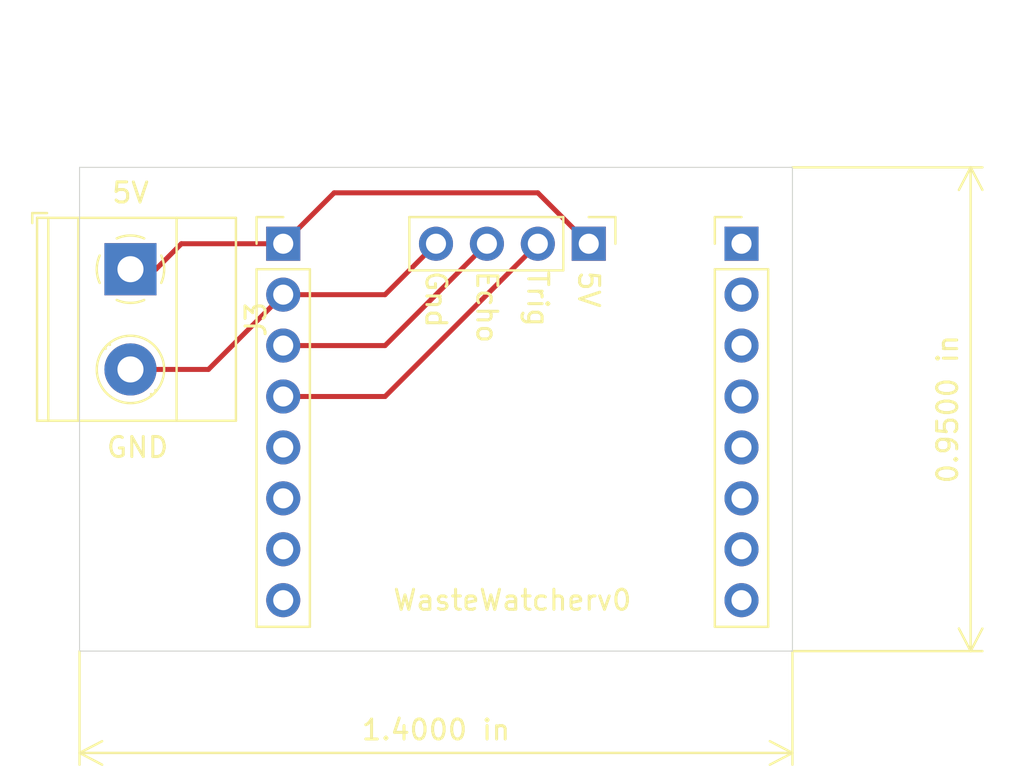
<source format=kicad_pcb>
(kicad_pcb (version 20171130) (host pcbnew "(5.1.9)-1")

  (general
    (thickness 1.6)
    (drawings 16)
    (tracks 14)
    (zones 0)
    (modules 4)
    (nets 17)
  )

  (page A4)
  (layers
    (0 F.Cu signal)
    (31 B.Cu signal)
    (32 B.Adhes user)
    (33 F.Adhes user)
    (34 B.Paste user)
    (35 F.Paste user)
    (36 B.SilkS user)
    (37 F.SilkS user)
    (38 B.Mask user)
    (39 F.Mask user)
    (40 Dwgs.User user)
    (41 Cmts.User user)
    (42 Eco1.User user)
    (43 Eco2.User user)
    (44 Edge.Cuts user)
    (45 Margin user)
    (46 B.CrtYd user)
    (47 F.CrtYd user)
    (48 B.Fab user)
    (49 F.Fab user)
  )

  (setup
    (last_trace_width 0.25)
    (trace_clearance 0.2)
    (zone_clearance 0.508)
    (zone_45_only no)
    (trace_min 0.2)
    (via_size 0.8)
    (via_drill 0.4)
    (via_min_size 0.4)
    (via_min_drill 0.3)
    (uvia_size 0.3)
    (uvia_drill 0.1)
    (uvias_allowed no)
    (uvia_min_size 0.2)
    (uvia_min_drill 0.1)
    (edge_width 0.05)
    (segment_width 0.2)
    (pcb_text_width 0.3)
    (pcb_text_size 1.5 1.5)
    (mod_edge_width 0.12)
    (mod_text_size 1 1)
    (mod_text_width 0.15)
    (pad_size 1.524 1.524)
    (pad_drill 0.762)
    (pad_to_mask_clearance 0)
    (aux_axis_origin 0 0)
    (visible_elements 7FFFFFFF)
    (pcbplotparams
      (layerselection 0x010fc_ffffffff)
      (usegerberextensions false)
      (usegerberattributes true)
      (usegerberadvancedattributes true)
      (creategerberjobfile true)
      (excludeedgelayer true)
      (linewidth 0.100000)
      (plotframeref false)
      (viasonmask false)
      (mode 1)
      (useauxorigin false)
      (hpglpennumber 1)
      (hpglpenspeed 20)
      (hpglpendiameter 15.000000)
      (psnegative false)
      (psa4output false)
      (plotreference true)
      (plotvalue true)
      (plotinvisibletext false)
      (padsonsilk false)
      (subtractmaskfromsilk false)
      (outputformat 1)
      (mirror false)
      (drillshape 1)
      (scaleselection 1)
      (outputdirectory ""))
  )

  (net 0 "")
  (net 1 "Net-(J1-Pad8)")
  (net 2 "Net-(J1-Pad7)")
  (net 3 "Net-(J1-Pad6)")
  (net 4 "Net-(J1-Pad5)")
  (net 5 "Net-(J1-Pad4)")
  (net 6 "Net-(J1-Pad3)")
  (net 7 "Net-(J1-Pad2)")
  (net 8 "Net-(J1-Pad1)")
  (net 9 "Net-(J4-Pad8)")
  (net 10 "Net-(J4-Pad7)")
  (net 11 "Net-(J4-Pad6)")
  (net 12 "Net-(J4-Pad5)")
  (net 13 "Net-(J4-Pad4)")
  (net 14 "Net-(J4-Pad3)")
  (net 15 "Net-(J4-Pad2)")
  (net 16 "Net-(J4-Pad1)")

  (net_class Default "This is the default net class."
    (clearance 0.2)
    (trace_width 0.25)
    (via_dia 0.8)
    (via_drill 0.4)
    (uvia_dia 0.3)
    (uvia_drill 0.1)
    (add_net "Net-(J1-Pad1)")
    (add_net "Net-(J1-Pad2)")
    (add_net "Net-(J1-Pad3)")
    (add_net "Net-(J1-Pad4)")
    (add_net "Net-(J1-Pad5)")
    (add_net "Net-(J1-Pad6)")
    (add_net "Net-(J1-Pad7)")
    (add_net "Net-(J1-Pad8)")
    (add_net "Net-(J4-Pad1)")
    (add_net "Net-(J4-Pad2)")
    (add_net "Net-(J4-Pad3)")
    (add_net "Net-(J4-Pad4)")
    (add_net "Net-(J4-Pad5)")
    (add_net "Net-(J4-Pad6)")
    (add_net "Net-(J4-Pad7)")
    (add_net "Net-(J4-Pad8)")
  )

  (module Connector_PinHeader_2.54mm:PinHeader_1x08_P2.54mm_Vertical (layer F.Cu) (tedit 59FED5CC) (tstamp 602FBFF1)
    (at 158.75 83.82)
    (descr "Through hole straight pin header, 1x08, 2.54mm pitch, single row")
    (tags "Through hole pin header THT 1x08 2.54mm single row")
    (path /6030346F)
    (fp_text reference J4 (at 0 -2.33) (layer F.SilkS) hide
      (effects (font (size 1 1) (thickness 0.15)))
    )
    (fp_text value Conn_01x08_Male (at 0 20.11) (layer F.Fab)
      (effects (font (size 1 1) (thickness 0.15)))
    )
    (fp_line (start -0.635 -1.27) (end 1.27 -1.27) (layer F.Fab) (width 0.1))
    (fp_line (start 1.27 -1.27) (end 1.27 19.05) (layer F.Fab) (width 0.1))
    (fp_line (start 1.27 19.05) (end -1.27 19.05) (layer F.Fab) (width 0.1))
    (fp_line (start -1.27 19.05) (end -1.27 -0.635) (layer F.Fab) (width 0.1))
    (fp_line (start -1.27 -0.635) (end -0.635 -1.27) (layer F.Fab) (width 0.1))
    (fp_line (start -1.33 19.11) (end 1.33 19.11) (layer F.SilkS) (width 0.12))
    (fp_line (start -1.33 1.27) (end -1.33 19.11) (layer F.SilkS) (width 0.12))
    (fp_line (start 1.33 1.27) (end 1.33 19.11) (layer F.SilkS) (width 0.12))
    (fp_line (start -1.33 1.27) (end 1.33 1.27) (layer F.SilkS) (width 0.12))
    (fp_line (start -1.33 0) (end -1.33 -1.33) (layer F.SilkS) (width 0.12))
    (fp_line (start -1.33 -1.33) (end 0 -1.33) (layer F.SilkS) (width 0.12))
    (fp_line (start -1.8 -1.8) (end -1.8 19.55) (layer F.CrtYd) (width 0.05))
    (fp_line (start -1.8 19.55) (end 1.8 19.55) (layer F.CrtYd) (width 0.05))
    (fp_line (start 1.8 19.55) (end 1.8 -1.8) (layer F.CrtYd) (width 0.05))
    (fp_line (start 1.8 -1.8) (end -1.8 -1.8) (layer F.CrtYd) (width 0.05))
    (fp_text user %R (at 0 8.89 90) (layer F.Fab)
      (effects (font (size 1 1) (thickness 0.15)))
    )
    (pad 8 thru_hole oval (at 0 17.78) (size 1.7 1.7) (drill 1) (layers *.Cu *.Mask)
      (net 9 "Net-(J4-Pad8)"))
    (pad 7 thru_hole oval (at 0 15.24) (size 1.7 1.7) (drill 1) (layers *.Cu *.Mask)
      (net 10 "Net-(J4-Pad7)"))
    (pad 6 thru_hole oval (at 0 12.7) (size 1.7 1.7) (drill 1) (layers *.Cu *.Mask)
      (net 11 "Net-(J4-Pad6)"))
    (pad 5 thru_hole oval (at 0 10.16) (size 1.7 1.7) (drill 1) (layers *.Cu *.Mask)
      (net 12 "Net-(J4-Pad5)"))
    (pad 4 thru_hole oval (at 0 7.62) (size 1.7 1.7) (drill 1) (layers *.Cu *.Mask)
      (net 13 "Net-(J4-Pad4)"))
    (pad 3 thru_hole oval (at 0 5.08) (size 1.7 1.7) (drill 1) (layers *.Cu *.Mask)
      (net 14 "Net-(J4-Pad3)"))
    (pad 2 thru_hole oval (at 0 2.54) (size 1.7 1.7) (drill 1) (layers *.Cu *.Mask)
      (net 15 "Net-(J4-Pad2)"))
    (pad 1 thru_hole rect (at 0 0) (size 1.7 1.7) (drill 1) (layers *.Cu *.Mask)
      (net 16 "Net-(J4-Pad1)"))
    (model ${KISYS3DMOD}/Connector_PinHeader_2.54mm.3dshapes/PinHeader_1x08_P2.54mm_Vertical.wrl
      (at (xyz 0 0 0))
      (scale (xyz 1 1 1))
      (rotate (xyz 0 0 0))
    )
  )

  (module TerminalBlock_Phoenix:TerminalBlock_Phoenix_MKDS-1,5-2_1x02_P5.00mm_Horizontal (layer F.Cu) (tedit 5B294EE5) (tstamp 602FBFD5)
    (at 128.27 85.09 270)
    (descr "Terminal Block Phoenix MKDS-1,5-2, 2 pins, pitch 5mm, size 10x9.8mm^2, drill diamater 1.3mm, pad diameter 2.6mm, see http://www.farnell.com/datasheets/100425.pdf, script-generated using https://github.com/pointhi/kicad-footprint-generator/scripts/TerminalBlock_Phoenix")
    (tags "THT Terminal Block Phoenix MKDS-1,5-2 pitch 5mm size 10x9.8mm^2 drill 1.3mm pad 2.6mm")
    (path /603075C6)
    (fp_text reference J3 (at 2.5 -6.26 90) (layer F.SilkS)
      (effects (font (size 1 1) (thickness 0.15)))
    )
    (fp_text value Screw_Terminal_01x02 (at 2.5 5.66 90) (layer F.Fab)
      (effects (font (size 1 1) (thickness 0.15)))
    )
    (fp_circle (center 0 0) (end 1.5 0) (layer F.Fab) (width 0.1))
    (fp_circle (center 5 0) (end 6.5 0) (layer F.Fab) (width 0.1))
    (fp_circle (center 5 0) (end 6.68 0) (layer F.SilkS) (width 0.12))
    (fp_line (start -2.5 -5.2) (end 7.5 -5.2) (layer F.Fab) (width 0.1))
    (fp_line (start 7.5 -5.2) (end 7.5 4.6) (layer F.Fab) (width 0.1))
    (fp_line (start 7.5 4.6) (end -2 4.6) (layer F.Fab) (width 0.1))
    (fp_line (start -2 4.6) (end -2.5 4.1) (layer F.Fab) (width 0.1))
    (fp_line (start -2.5 4.1) (end -2.5 -5.2) (layer F.Fab) (width 0.1))
    (fp_line (start -2.5 4.1) (end 7.5 4.1) (layer F.Fab) (width 0.1))
    (fp_line (start -2.56 4.1) (end 7.56 4.1) (layer F.SilkS) (width 0.12))
    (fp_line (start -2.5 2.6) (end 7.5 2.6) (layer F.Fab) (width 0.1))
    (fp_line (start -2.56 2.6) (end 7.56 2.6) (layer F.SilkS) (width 0.12))
    (fp_line (start -2.5 -2.3) (end 7.5 -2.3) (layer F.Fab) (width 0.1))
    (fp_line (start -2.56 -2.301) (end 7.56 -2.301) (layer F.SilkS) (width 0.12))
    (fp_line (start -2.56 -5.261) (end 7.56 -5.261) (layer F.SilkS) (width 0.12))
    (fp_line (start -2.56 4.66) (end 7.56 4.66) (layer F.SilkS) (width 0.12))
    (fp_line (start -2.56 -5.261) (end -2.56 4.66) (layer F.SilkS) (width 0.12))
    (fp_line (start 7.56 -5.261) (end 7.56 4.66) (layer F.SilkS) (width 0.12))
    (fp_line (start 1.138 -0.955) (end -0.955 1.138) (layer F.Fab) (width 0.1))
    (fp_line (start 0.955 -1.138) (end -1.138 0.955) (layer F.Fab) (width 0.1))
    (fp_line (start 6.138 -0.955) (end 4.046 1.138) (layer F.Fab) (width 0.1))
    (fp_line (start 5.955 -1.138) (end 3.863 0.955) (layer F.Fab) (width 0.1))
    (fp_line (start 6.275 -1.069) (end 6.228 -1.023) (layer F.SilkS) (width 0.12))
    (fp_line (start 3.966 1.239) (end 3.931 1.274) (layer F.SilkS) (width 0.12))
    (fp_line (start 6.07 -1.275) (end 6.035 -1.239) (layer F.SilkS) (width 0.12))
    (fp_line (start 3.773 1.023) (end 3.726 1.069) (layer F.SilkS) (width 0.12))
    (fp_line (start -2.8 4.16) (end -2.8 4.9) (layer F.SilkS) (width 0.12))
    (fp_line (start -2.8 4.9) (end -2.3 4.9) (layer F.SilkS) (width 0.12))
    (fp_line (start -3 -5.71) (end -3 5.1) (layer F.CrtYd) (width 0.05))
    (fp_line (start -3 5.1) (end 8 5.1) (layer F.CrtYd) (width 0.05))
    (fp_line (start 8 5.1) (end 8 -5.71) (layer F.CrtYd) (width 0.05))
    (fp_line (start 8 -5.71) (end -3 -5.71) (layer F.CrtYd) (width 0.05))
    (fp_text user %R (at 2.5 3.2 90) (layer F.Fab)
      (effects (font (size 1 1) (thickness 0.15)))
    )
    (fp_arc (start 0 0) (end -0.684 1.535) (angle -25) (layer F.SilkS) (width 0.12))
    (fp_arc (start 0 0) (end -1.535 -0.684) (angle -48) (layer F.SilkS) (width 0.12))
    (fp_arc (start 0 0) (end 0.684 -1.535) (angle -48) (layer F.SilkS) (width 0.12))
    (fp_arc (start 0 0) (end 1.535 0.684) (angle -48) (layer F.SilkS) (width 0.12))
    (fp_arc (start 0 0) (end 0 1.68) (angle -24) (layer F.SilkS) (width 0.12))
    (pad 2 thru_hole circle (at 5 0 270) (size 2.6 2.6) (drill 1.3) (layers *.Cu *.Mask)
      (net 7 "Net-(J1-Pad2)"))
    (pad 1 thru_hole rect (at 0 0 270) (size 2.6 2.6) (drill 1.3) (layers *.Cu *.Mask)
      (net 8 "Net-(J1-Pad1)"))
    (model ${KISYS3DMOD}/TerminalBlock_Phoenix.3dshapes/TerminalBlock_Phoenix_MKDS-1,5-2_1x02_P5.00mm_Horizontal.wrl
      (at (xyz 0 0 0))
      (scale (xyz 1 1 1))
      (rotate (xyz 0 0 0))
    )
  )

  (module Connector_PinHeader_2.54mm:PinHeader_1x04_P2.54mm_Vertical (layer F.Cu) (tedit 59FED5CC) (tstamp 602FBFA9)
    (at 151.13 83.82 270)
    (descr "Through hole straight pin header, 1x04, 2.54mm pitch, single row")
    (tags "Through hole pin header THT 1x04 2.54mm single row")
    (path /6030A748)
    (fp_text reference J2 (at 0 -2.33 90) (layer F.SilkS) hide
      (effects (font (size 1 1) (thickness 0.15)))
    )
    (fp_text value Conn_01x04_Male (at 0 9.95 90) (layer F.Fab)
      (effects (font (size 1 1) (thickness 0.15)))
    )
    (fp_line (start -0.635 -1.27) (end 1.27 -1.27) (layer F.Fab) (width 0.1))
    (fp_line (start 1.27 -1.27) (end 1.27 8.89) (layer F.Fab) (width 0.1))
    (fp_line (start 1.27 8.89) (end -1.27 8.89) (layer F.Fab) (width 0.1))
    (fp_line (start -1.27 8.89) (end -1.27 -0.635) (layer F.Fab) (width 0.1))
    (fp_line (start -1.27 -0.635) (end -0.635 -1.27) (layer F.Fab) (width 0.1))
    (fp_line (start -1.33 8.95) (end 1.33 8.95) (layer F.SilkS) (width 0.12))
    (fp_line (start -1.33 1.27) (end -1.33 8.95) (layer F.SilkS) (width 0.12))
    (fp_line (start 1.33 1.27) (end 1.33 8.95) (layer F.SilkS) (width 0.12))
    (fp_line (start -1.33 1.27) (end 1.33 1.27) (layer F.SilkS) (width 0.12))
    (fp_line (start -1.33 0) (end -1.33 -1.33) (layer F.SilkS) (width 0.12))
    (fp_line (start -1.33 -1.33) (end 0 -1.33) (layer F.SilkS) (width 0.12))
    (fp_line (start -1.8 -1.8) (end -1.8 9.4) (layer F.CrtYd) (width 0.05))
    (fp_line (start -1.8 9.4) (end 1.8 9.4) (layer F.CrtYd) (width 0.05))
    (fp_line (start 1.8 9.4) (end 1.8 -1.8) (layer F.CrtYd) (width 0.05))
    (fp_line (start 1.8 -1.8) (end -1.8 -1.8) (layer F.CrtYd) (width 0.05))
    (pad 4 thru_hole oval (at 0 7.62 270) (size 1.7 1.7) (drill 1) (layers *.Cu *.Mask)
      (net 7 "Net-(J1-Pad2)"))
    (pad 3 thru_hole oval (at 0 5.08 270) (size 1.7 1.7) (drill 1) (layers *.Cu *.Mask)
      (net 6 "Net-(J1-Pad3)"))
    (pad 2 thru_hole oval (at 0 2.54 270) (size 1.7 1.7) (drill 1) (layers *.Cu *.Mask)
      (net 5 "Net-(J1-Pad4)"))
    (pad 1 thru_hole rect (at 0 0 270) (size 1.7 1.7) (drill 1) (layers *.Cu *.Mask)
      (net 8 "Net-(J1-Pad1)"))
    (model ${KISYS3DMOD}/Connector_PinHeader_2.54mm.3dshapes/PinHeader_1x04_P2.54mm_Vertical.wrl
      (at (xyz 0 0 0))
      (scale (xyz 1 1 1))
      (rotate (xyz 0 0 0))
    )
  )

  (module Connector_PinHeader_2.54mm:PinHeader_1x08_P2.54mm_Vertical (layer F.Cu) (tedit 59FED5CC) (tstamp 602FBF91)
    (at 135.89 83.82)
    (descr "Through hole straight pin header, 1x08, 2.54mm pitch, single row")
    (tags "Through hole pin header THT 1x08 2.54mm single row")
    (path /603027BD)
    (fp_text reference J1 (at 0 -2.33) (layer F.SilkS) hide
      (effects (font (size 1 1) (thickness 0.15)))
    )
    (fp_text value Conn_01x08_Male (at 0 20.11) (layer F.Fab)
      (effects (font (size 1 1) (thickness 0.15)))
    )
    (fp_line (start -0.635 -1.27) (end 1.27 -1.27) (layer F.Fab) (width 0.1))
    (fp_line (start 1.27 -1.27) (end 1.27 19.05) (layer F.Fab) (width 0.1))
    (fp_line (start 1.27 19.05) (end -1.27 19.05) (layer F.Fab) (width 0.1))
    (fp_line (start -1.27 19.05) (end -1.27 -0.635) (layer F.Fab) (width 0.1))
    (fp_line (start -1.27 -0.635) (end -0.635 -1.27) (layer F.Fab) (width 0.1))
    (fp_line (start -1.33 19.11) (end 1.33 19.11) (layer F.SilkS) (width 0.12))
    (fp_line (start -1.33 1.27) (end -1.33 19.11) (layer F.SilkS) (width 0.12))
    (fp_line (start 1.33 1.27) (end 1.33 19.11) (layer F.SilkS) (width 0.12))
    (fp_line (start -1.33 1.27) (end 1.33 1.27) (layer F.SilkS) (width 0.12))
    (fp_line (start -1.33 0) (end -1.33 -1.33) (layer F.SilkS) (width 0.12))
    (fp_line (start -1.33 -1.33) (end 0 -1.33) (layer F.SilkS) (width 0.12))
    (fp_line (start -1.8 -1.8) (end -1.8 19.55) (layer F.CrtYd) (width 0.05))
    (fp_line (start -1.8 19.55) (end 1.8 19.55) (layer F.CrtYd) (width 0.05))
    (fp_line (start 1.8 19.55) (end 1.8 -1.8) (layer F.CrtYd) (width 0.05))
    (fp_line (start 1.8 -1.8) (end -1.8 -1.8) (layer F.CrtYd) (width 0.05))
    (fp_text user %R (at 0 8.89 90) (layer F.Fab)
      (effects (font (size 1 1) (thickness 0.15)))
    )
    (pad 8 thru_hole oval (at 0 17.78) (size 1.7 1.7) (drill 1) (layers *.Cu *.Mask)
      (net 1 "Net-(J1-Pad8)"))
    (pad 7 thru_hole oval (at 0 15.24) (size 1.7 1.7) (drill 1) (layers *.Cu *.Mask)
      (net 2 "Net-(J1-Pad7)"))
    (pad 6 thru_hole oval (at 0 12.7) (size 1.7 1.7) (drill 1) (layers *.Cu *.Mask)
      (net 3 "Net-(J1-Pad6)"))
    (pad 5 thru_hole oval (at 0 10.16) (size 1.7 1.7) (drill 1) (layers *.Cu *.Mask)
      (net 4 "Net-(J1-Pad5)"))
    (pad 4 thru_hole oval (at 0 7.62) (size 1.7 1.7) (drill 1) (layers *.Cu *.Mask)
      (net 5 "Net-(J1-Pad4)"))
    (pad 3 thru_hole oval (at 0 5.08) (size 1.7 1.7) (drill 1) (layers *.Cu *.Mask)
      (net 6 "Net-(J1-Pad3)"))
    (pad 2 thru_hole oval (at 0 2.54) (size 1.7 1.7) (drill 1) (layers *.Cu *.Mask)
      (net 7 "Net-(J1-Pad2)"))
    (pad 1 thru_hole rect (at 0 0) (size 1.7 1.7) (drill 1) (layers *.Cu *.Mask)
      (net 8 "Net-(J1-Pad1)"))
    (model ${KISYS3DMOD}/Connector_PinHeader_2.54mm.3dshapes/PinHeader_1x08_P2.54mm_Vertical.wrl
      (at (xyz 0 0 0))
      (scale (xyz 1 1 1))
      (rotate (xyz 0 0 0))
    )
  )

  (gr_text GND (at 127 93.98) (layer F.SilkS) (tstamp 6031B0B6)
    (effects (font (size 1 1) (thickness 0.15)) (justify left))
  )
  (gr_text 5V (at 128.27 81.28) (layer F.SilkS) (tstamp 6031B0B6)
    (effects (font (size 1 1) (thickness 0.15)))
  )
  (dimension 35.56 (width 0.12) (layer F.SilkS)
    (gr_text "35.560 mm" (at 143.51 110.49) (layer F.SilkS)
      (effects (font (size 1 1) (thickness 0.15)))
    )
    (feature1 (pts (xy 161.29 104.14) (xy 161.29 109.806421)))
    (feature2 (pts (xy 125.73 104.14) (xy 125.73 109.806421)))
    (crossbar (pts (xy 125.73 109.22) (xy 161.29 109.22)))
    (arrow1a (pts (xy 161.29 109.22) (xy 160.163496 109.806421)))
    (arrow1b (pts (xy 161.29 109.22) (xy 160.163496 108.633579)))
    (arrow2a (pts (xy 125.73 109.22) (xy 126.856504 109.806421)))
    (arrow2b (pts (xy 125.73 109.22) (xy 126.856504 108.633579)))
  )
  (dimension 24.13 (width 0.12) (layer F.SilkS)
    (gr_text "24.130 mm" (at 171.45 92.075 270) (layer F.SilkS)
      (effects (font (size 1 1) (thickness 0.15)))
    )
    (feature1 (pts (xy 161.29 104.14) (xy 170.766421 104.14)))
    (feature2 (pts (xy 161.29 80.01) (xy 170.766421 80.01)))
    (crossbar (pts (xy 170.18 80.01) (xy 170.18 104.14)))
    (arrow1a (pts (xy 170.18 104.14) (xy 169.593579 103.013496)))
    (arrow1b (pts (xy 170.18 104.14) (xy 170.766421 103.013496)))
    (arrow2a (pts (xy 170.18 80.01) (xy 169.593579 81.136504)))
    (arrow2b (pts (xy 170.18 80.01) (xy 170.766421 81.136504)))
  )
  (gr_text Gnd (at 143.51 85.09 270) (layer F.SilkS)
    (effects (font (size 1 1) (thickness 0.15)) (justify left))
  )
  (gr_text Echo (at 146.05 85.09 -90) (layer F.SilkS) (tstamp 6031B047)
    (effects (font (size 1 1) (thickness 0.15)) (justify left))
  )
  (gr_text Trig (at 148.59 85.09 -90) (layer F.SilkS)
    (effects (font (size 1 1) (thickness 0.15)) (justify left))
  )
  (gr_text 5V (at 151.13 85.09 270) (layer F.SilkS)
    (effects (font (size 1 1) (thickness 0.15)) (justify left))
  )
  (gr_text WasteWatcherv0 (at 147.32 101.6) (layer F.SilkS)
    (effects (font (size 1 1) (thickness 0.15)))
  )
  (gr_line (start 125.73 104.14) (end 125.73 80.01) (layer Edge.Cuts) (width 0.05) (tstamp 6031AD95))
  (gr_line (start 161.29 104.14) (end 125.73 104.14) (layer Edge.Cuts) (width 0.05))
  (gr_line (start 161.29 80.01) (end 161.29 104.14) (layer Edge.Cuts) (width 0.05))
  (gr_line (start 125.73 80.01) (end 161.29 80.01) (layer Edge.Cuts) (width 0.05))
  (dimension 7.62 (width 0.15) (layer Dwgs.User)
    (gr_text "7.620 mm" (at 139.7 72.36) (layer Dwgs.User)
      (effects (font (size 1 1) (thickness 0.15)))
    )
    (feature1 (pts (xy 143.51 83.82) (xy 143.51 73.073579)))
    (feature2 (pts (xy 135.89 83.82) (xy 135.89 73.073579)))
    (crossbar (pts (xy 135.89 73.66) (xy 143.51 73.66)))
    (arrow1a (pts (xy 143.51 73.66) (xy 142.383496 74.246421)))
    (arrow1b (pts (xy 143.51 73.66) (xy 142.383496 73.073579)))
    (arrow2a (pts (xy 135.89 73.66) (xy 137.016504 74.246421)))
    (arrow2b (pts (xy 135.89 73.66) (xy 137.016504 73.073579)))
  )
  (dimension 7.62 (width 0.15) (layer Dwgs.User)
    (gr_text "7.620 mm" (at 154.94 72.36) (layer Dwgs.User)
      (effects (font (size 1 1) (thickness 0.15)))
    )
    (feature1 (pts (xy 158.75 83.82) (xy 158.75 73.073579)))
    (feature2 (pts (xy 151.13 83.82) (xy 151.13 73.073579)))
    (crossbar (pts (xy 151.13 73.66) (xy 158.75 73.66)))
    (arrow1a (pts (xy 158.75 73.66) (xy 157.623496 74.246421)))
    (arrow1b (pts (xy 158.75 73.66) (xy 157.623496 73.073579)))
    (arrow2a (pts (xy 151.13 73.66) (xy 152.256504 74.246421)))
    (arrow2b (pts (xy 151.13 73.66) (xy 152.256504 73.073579)))
  )
  (dimension 22.86 (width 0.15) (layer Dwgs.User)
    (gr_text "22.860 mm" (at 147.32 106.709999) (layer Dwgs.User)
      (effects (font (size 1 1) (thickness 0.15)))
    )
    (feature1 (pts (xy 158.75 101.6) (xy 158.75 105.99642)))
    (feature2 (pts (xy 135.89 101.6) (xy 135.89 105.99642)))
    (crossbar (pts (xy 135.89 105.409999) (xy 158.75 105.409999)))
    (arrow1a (pts (xy 158.75 105.409999) (xy 157.623496 105.99642)))
    (arrow1b (pts (xy 158.75 105.409999) (xy 157.623496 104.823578)))
    (arrow2a (pts (xy 135.89 105.409999) (xy 137.016504 105.99642)))
    (arrow2b (pts (xy 135.89 105.409999) (xy 137.016504 104.823578)))
  )

  (segment (start 140.97 91.44) (end 148.59 83.82) (width 0.25) (layer F.Cu) (net 5))
  (segment (start 135.89 91.44) (end 140.97 91.44) (width 0.25) (layer F.Cu) (net 5))
  (segment (start 135.89 88.9) (end 140.97 88.9) (width 0.25) (layer F.Cu) (net 6))
  (segment (start 140.97 88.9) (end 146.05 83.82) (width 0.25) (layer F.Cu) (net 6))
  (segment (start 132.16 90.09) (end 135.89 86.36) (width 0.25) (layer F.Cu) (net 7))
  (segment (start 128.27 90.09) (end 132.16 90.09) (width 0.25) (layer F.Cu) (net 7))
  (segment (start 140.97 86.36) (end 143.51 83.82) (width 0.25) (layer F.Cu) (net 7))
  (segment (start 135.89 86.36) (end 140.97 86.36) (width 0.25) (layer F.Cu) (net 7))
  (segment (start 128.27 85.09) (end 129.54 85.09) (width 0.25) (layer F.Cu) (net 8))
  (segment (start 130.81 83.82) (end 135.89 83.82) (width 0.25) (layer F.Cu) (net 8))
  (segment (start 129.54 85.09) (end 130.81 83.82) (width 0.25) (layer F.Cu) (net 8))
  (segment (start 135.89 83.82) (end 138.43 81.28) (width 0.25) (layer F.Cu) (net 8))
  (segment (start 148.59 81.28) (end 151.13 83.82) (width 0.25) (layer F.Cu) (net 8))
  (segment (start 138.43 81.28) (end 148.59 81.28) (width 0.25) (layer F.Cu) (net 8))

)

</source>
